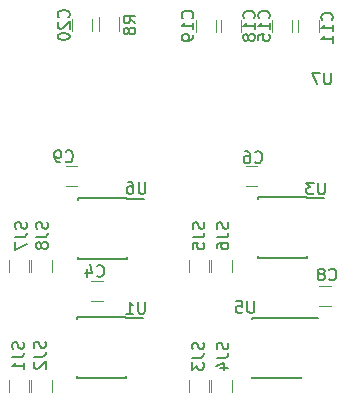
<source format=gbr>
G04 #@! TF.FileFunction,Legend,Bot*
%FSLAX46Y46*%
G04 Gerber Fmt 4.6, Leading zero omitted, Abs format (unit mm)*
G04 Created by KiCad (PCBNEW 4.0.7-e2-6376~58~ubuntu16.04.1) date Tue Nov 14 14:50:52 2017*
%MOMM*%
%LPD*%
G01*
G04 APERTURE LIST*
%ADD10C,0.100000*%
%ADD11C,0.120000*%
%ADD12C,0.150000*%
G04 APERTURE END LIST*
D10*
D11*
X210430000Y-66583000D02*
X210430000Y-67783000D01*
X208670000Y-67783000D02*
X208670000Y-66583000D01*
D12*
X211015400Y-91989200D02*
X211015400Y-92039200D01*
X206865400Y-91989200D02*
X206865400Y-92134200D01*
X206865400Y-97139200D02*
X206865400Y-96994200D01*
X211015400Y-97139200D02*
X211015400Y-96994200D01*
X211015400Y-91989200D02*
X206865400Y-91989200D01*
X211015400Y-97139200D02*
X206865400Y-97139200D01*
X211015400Y-92039200D02*
X212415400Y-92039200D01*
X226331600Y-81829200D02*
X226331600Y-81879200D01*
X222181600Y-81829200D02*
X222181600Y-81974200D01*
X222181600Y-86979200D02*
X222181600Y-86834200D01*
X226331600Y-86979200D02*
X226331600Y-86834200D01*
X226331600Y-81829200D02*
X222181600Y-81829200D01*
X226331600Y-86979200D02*
X222181600Y-86979200D01*
X226331600Y-81879200D02*
X227731600Y-81879200D01*
X225849000Y-92014600D02*
X225849000Y-92064600D01*
X221699000Y-92014600D02*
X221699000Y-92159600D01*
X221699000Y-97164600D02*
X221699000Y-97019600D01*
X225849000Y-97164600D02*
X225849000Y-97019600D01*
X225849000Y-92014600D02*
X221699000Y-92014600D01*
X225849000Y-97164600D02*
X221699000Y-97164600D01*
X225849000Y-92064600D02*
X227249000Y-92064600D01*
X211117000Y-81905400D02*
X211117000Y-81955400D01*
X206967000Y-81905400D02*
X206967000Y-82050400D01*
X206967000Y-87055400D02*
X206967000Y-86910400D01*
X211117000Y-87055400D02*
X211117000Y-86910400D01*
X211117000Y-81905400D02*
X206967000Y-81905400D01*
X211117000Y-87055400D02*
X206967000Y-87055400D01*
X211117000Y-81955400D02*
X212517000Y-81955400D01*
D11*
X208008600Y-90588200D02*
X209008600Y-90588200D01*
X209008600Y-88888200D02*
X208008600Y-88888200D01*
X221115000Y-80860000D02*
X222115000Y-80860000D01*
X222115000Y-79160000D02*
X221115000Y-79160000D01*
X227338000Y-91020000D02*
X228338000Y-91020000D01*
X228338000Y-89320000D02*
X227338000Y-89320000D01*
X205875000Y-80860000D02*
X206875000Y-80860000D01*
X206875000Y-79160000D02*
X205875000Y-79160000D01*
X225591000Y-66810000D02*
X225591000Y-67810000D01*
X227291000Y-67810000D02*
X227291000Y-66810000D01*
X223368500Y-66810000D02*
X223368500Y-67810000D01*
X225068500Y-67810000D02*
X225068500Y-66810000D01*
X219050500Y-66810000D02*
X219050500Y-67810000D01*
X220750500Y-67810000D02*
X220750500Y-66810000D01*
X216891500Y-66810000D02*
X216891500Y-67810000D01*
X218591500Y-67810000D02*
X218591500Y-66810000D01*
X206414000Y-66746500D02*
X206414000Y-67746500D01*
X208114000Y-67746500D02*
X208114000Y-66746500D01*
X202780000Y-98290000D02*
X202780000Y-97290000D01*
X201080000Y-97290000D02*
X201080000Y-98290000D01*
X204685000Y-98290000D02*
X204685000Y-97290000D01*
X202985000Y-97290000D02*
X202985000Y-98290000D01*
X218020000Y-98290000D02*
X218020000Y-97290000D01*
X216320000Y-97290000D02*
X216320000Y-98290000D01*
X219925000Y-98290000D02*
X219925000Y-97290000D01*
X218225000Y-97290000D02*
X218225000Y-98290000D01*
X218020000Y-88130000D02*
X218020000Y-87130000D01*
X216320000Y-87130000D02*
X216320000Y-88130000D01*
X219925000Y-88130000D02*
X219925000Y-87130000D01*
X218225000Y-87130000D02*
X218225000Y-88130000D01*
X202780000Y-88130000D02*
X202780000Y-87130000D01*
X201080000Y-87130000D02*
X201080000Y-88130000D01*
X204685000Y-88130000D02*
X204685000Y-87130000D01*
X202985000Y-87130000D02*
X202985000Y-88130000D01*
D12*
X211780381Y-67079834D02*
X211304190Y-66746500D01*
X211780381Y-66508405D02*
X210780381Y-66508405D01*
X210780381Y-66889358D01*
X210828000Y-66984596D01*
X210875619Y-67032215D01*
X210970857Y-67079834D01*
X211113714Y-67079834D01*
X211208952Y-67032215D01*
X211256571Y-66984596D01*
X211304190Y-66889358D01*
X211304190Y-66508405D01*
X211208952Y-67651262D02*
X211161333Y-67556024D01*
X211113714Y-67508405D01*
X211018476Y-67460786D01*
X210970857Y-67460786D01*
X210875619Y-67508405D01*
X210828000Y-67556024D01*
X210780381Y-67651262D01*
X210780381Y-67841739D01*
X210828000Y-67936977D01*
X210875619Y-67984596D01*
X210970857Y-68032215D01*
X211018476Y-68032215D01*
X211113714Y-67984596D01*
X211161333Y-67936977D01*
X211208952Y-67841739D01*
X211208952Y-67651262D01*
X211256571Y-67556024D01*
X211304190Y-67508405D01*
X211399429Y-67460786D01*
X211589905Y-67460786D01*
X211685143Y-67508405D01*
X211732762Y-67556024D01*
X211780381Y-67651262D01*
X211780381Y-67841739D01*
X211732762Y-67936977D01*
X211685143Y-67984596D01*
X211589905Y-68032215D01*
X211399429Y-68032215D01*
X211304190Y-67984596D01*
X211256571Y-67936977D01*
X211208952Y-67841739D01*
X212597905Y-90689181D02*
X212597905Y-91498705D01*
X212550286Y-91593943D01*
X212502667Y-91641562D01*
X212407429Y-91689181D01*
X212216952Y-91689181D01*
X212121714Y-91641562D01*
X212074095Y-91593943D01*
X212026476Y-91498705D01*
X212026476Y-90689181D01*
X211026476Y-91689181D02*
X211597905Y-91689181D01*
X211312191Y-91689181D02*
X211312191Y-90689181D01*
X211407429Y-90832038D01*
X211502667Y-90927276D01*
X211597905Y-90974895D01*
X227837905Y-80579981D02*
X227837905Y-81389505D01*
X227790286Y-81484743D01*
X227742667Y-81532362D01*
X227647429Y-81579981D01*
X227456952Y-81579981D01*
X227361714Y-81532362D01*
X227314095Y-81484743D01*
X227266476Y-81389505D01*
X227266476Y-80579981D01*
X226885524Y-80579981D02*
X226266476Y-80579981D01*
X226599810Y-80960933D01*
X226456952Y-80960933D01*
X226361714Y-81008552D01*
X226314095Y-81056171D01*
X226266476Y-81151410D01*
X226266476Y-81389505D01*
X226314095Y-81484743D01*
X226361714Y-81532362D01*
X226456952Y-81579981D01*
X226742667Y-81579981D01*
X226837905Y-81532362D01*
X226885524Y-81484743D01*
X221843505Y-90612981D02*
X221843505Y-91422505D01*
X221795886Y-91517743D01*
X221748267Y-91565362D01*
X221653029Y-91612981D01*
X221462552Y-91612981D01*
X221367314Y-91565362D01*
X221319695Y-91517743D01*
X221272076Y-91422505D01*
X221272076Y-90612981D01*
X220319695Y-90612981D02*
X220795886Y-90612981D01*
X220843505Y-91089171D01*
X220795886Y-91041552D01*
X220700648Y-90993933D01*
X220462552Y-90993933D01*
X220367314Y-91041552D01*
X220319695Y-91089171D01*
X220272076Y-91184410D01*
X220272076Y-91422505D01*
X220319695Y-91517743D01*
X220367314Y-91565362D01*
X220462552Y-91612981D01*
X220700648Y-91612981D01*
X220795886Y-91565362D01*
X220843505Y-91517743D01*
X212623305Y-80529181D02*
X212623305Y-81338705D01*
X212575686Y-81433943D01*
X212528067Y-81481562D01*
X212432829Y-81529181D01*
X212242352Y-81529181D01*
X212147114Y-81481562D01*
X212099495Y-81433943D01*
X212051876Y-81338705D01*
X212051876Y-80529181D01*
X211147114Y-80529181D02*
X211337591Y-80529181D01*
X211432829Y-80576800D01*
X211480448Y-80624419D01*
X211575686Y-80767276D01*
X211623305Y-80957752D01*
X211623305Y-81338705D01*
X211575686Y-81433943D01*
X211528067Y-81481562D01*
X211432829Y-81529181D01*
X211242352Y-81529181D01*
X211147114Y-81481562D01*
X211099495Y-81433943D01*
X211051876Y-81338705D01*
X211051876Y-81100610D01*
X211099495Y-81005371D01*
X211147114Y-80957752D01*
X211242352Y-80910133D01*
X211432829Y-80910133D01*
X211528067Y-80957752D01*
X211575686Y-81005371D01*
X211623305Y-81100610D01*
X208522866Y-88469743D02*
X208570485Y-88517362D01*
X208713342Y-88564981D01*
X208808580Y-88564981D01*
X208951438Y-88517362D01*
X209046676Y-88422124D01*
X209094295Y-88326886D01*
X209141914Y-88136410D01*
X209141914Y-87993552D01*
X209094295Y-87803076D01*
X209046676Y-87707838D01*
X208951438Y-87612600D01*
X208808580Y-87564981D01*
X208713342Y-87564981D01*
X208570485Y-87612600D01*
X208522866Y-87660219D01*
X207665723Y-87898314D02*
X207665723Y-88564981D01*
X207903819Y-87517362D02*
X208141914Y-88231648D01*
X207522866Y-88231648D01*
X221908666Y-78843143D02*
X221956285Y-78890762D01*
X222099142Y-78938381D01*
X222194380Y-78938381D01*
X222337238Y-78890762D01*
X222432476Y-78795524D01*
X222480095Y-78700286D01*
X222527714Y-78509810D01*
X222527714Y-78366952D01*
X222480095Y-78176476D01*
X222432476Y-78081238D01*
X222337238Y-77986000D01*
X222194380Y-77938381D01*
X222099142Y-77938381D01*
X221956285Y-77986000D01*
X221908666Y-78033619D01*
X221051523Y-77938381D02*
X221242000Y-77938381D01*
X221337238Y-77986000D01*
X221384857Y-78033619D01*
X221480095Y-78176476D01*
X221527714Y-78366952D01*
X221527714Y-78747905D01*
X221480095Y-78843143D01*
X221432476Y-78890762D01*
X221337238Y-78938381D01*
X221146761Y-78938381D01*
X221051523Y-78890762D01*
X221003904Y-78843143D01*
X220956285Y-78747905D01*
X220956285Y-78509810D01*
X221003904Y-78414571D01*
X221051523Y-78366952D01*
X221146761Y-78319333D01*
X221337238Y-78319333D01*
X221432476Y-78366952D01*
X221480095Y-78414571D01*
X221527714Y-78509810D01*
X228182466Y-88774543D02*
X228230085Y-88822162D01*
X228372942Y-88869781D01*
X228468180Y-88869781D01*
X228611038Y-88822162D01*
X228706276Y-88726924D01*
X228753895Y-88631686D01*
X228801514Y-88441210D01*
X228801514Y-88298352D01*
X228753895Y-88107876D01*
X228706276Y-88012638D01*
X228611038Y-87917400D01*
X228468180Y-87869781D01*
X228372942Y-87869781D01*
X228230085Y-87917400D01*
X228182466Y-87965019D01*
X227611038Y-88298352D02*
X227706276Y-88250733D01*
X227753895Y-88203114D01*
X227801514Y-88107876D01*
X227801514Y-88060257D01*
X227753895Y-87965019D01*
X227706276Y-87917400D01*
X227611038Y-87869781D01*
X227420561Y-87869781D01*
X227325323Y-87917400D01*
X227277704Y-87965019D01*
X227230085Y-88060257D01*
X227230085Y-88107876D01*
X227277704Y-88203114D01*
X227325323Y-88250733D01*
X227420561Y-88298352D01*
X227611038Y-88298352D01*
X227706276Y-88345971D01*
X227753895Y-88393590D01*
X227801514Y-88488829D01*
X227801514Y-88679305D01*
X227753895Y-88774543D01*
X227706276Y-88822162D01*
X227611038Y-88869781D01*
X227420561Y-88869781D01*
X227325323Y-88822162D01*
X227277704Y-88774543D01*
X227230085Y-88679305D01*
X227230085Y-88488829D01*
X227277704Y-88393590D01*
X227325323Y-88345971D01*
X227420561Y-88298352D01*
X205881266Y-78766943D02*
X205928885Y-78814562D01*
X206071742Y-78862181D01*
X206166980Y-78862181D01*
X206309838Y-78814562D01*
X206405076Y-78719324D01*
X206452695Y-78624086D01*
X206500314Y-78433610D01*
X206500314Y-78290752D01*
X206452695Y-78100276D01*
X206405076Y-78005038D01*
X206309838Y-77909800D01*
X206166980Y-77862181D01*
X206071742Y-77862181D01*
X205928885Y-77909800D01*
X205881266Y-77957419D01*
X205405076Y-78862181D02*
X205214600Y-78862181D01*
X205119361Y-78814562D01*
X205071742Y-78766943D01*
X204976504Y-78624086D01*
X204928885Y-78433610D01*
X204928885Y-78052657D01*
X204976504Y-77957419D01*
X205024123Y-77909800D01*
X205119361Y-77862181D01*
X205309838Y-77862181D01*
X205405076Y-77909800D01*
X205452695Y-77957419D01*
X205500314Y-78052657D01*
X205500314Y-78290752D01*
X205452695Y-78385990D01*
X205405076Y-78433610D01*
X205309838Y-78481229D01*
X205119361Y-78481229D01*
X205024123Y-78433610D01*
X204976504Y-78385990D01*
X204928885Y-78290752D01*
X228423743Y-66819543D02*
X228471362Y-66771924D01*
X228518981Y-66629067D01*
X228518981Y-66533829D01*
X228471362Y-66390971D01*
X228376124Y-66295733D01*
X228280886Y-66248114D01*
X228090410Y-66200495D01*
X227947552Y-66200495D01*
X227757076Y-66248114D01*
X227661838Y-66295733D01*
X227566600Y-66390971D01*
X227518981Y-66533829D01*
X227518981Y-66629067D01*
X227566600Y-66771924D01*
X227614219Y-66819543D01*
X228518981Y-67771924D02*
X228518981Y-67200495D01*
X228518981Y-67486209D02*
X227518981Y-67486209D01*
X227661838Y-67390971D01*
X227757076Y-67295733D01*
X227804695Y-67200495D01*
X228518981Y-68724305D02*
X228518981Y-68152876D01*
X228518981Y-68438590D02*
X227518981Y-68438590D01*
X227661838Y-68343352D01*
X227757076Y-68248114D01*
X227804695Y-68152876D01*
X223075643Y-66667143D02*
X223123262Y-66619524D01*
X223170881Y-66476667D01*
X223170881Y-66381429D01*
X223123262Y-66238571D01*
X223028024Y-66143333D01*
X222932786Y-66095714D01*
X222742310Y-66048095D01*
X222599452Y-66048095D01*
X222408976Y-66095714D01*
X222313738Y-66143333D01*
X222218500Y-66238571D01*
X222170881Y-66381429D01*
X222170881Y-66476667D01*
X222218500Y-66619524D01*
X222266119Y-66667143D01*
X223170881Y-67619524D02*
X223170881Y-67048095D01*
X223170881Y-67333809D02*
X222170881Y-67333809D01*
X222313738Y-67238571D01*
X222408976Y-67143333D01*
X222456595Y-67048095D01*
X222170881Y-68524286D02*
X222170881Y-68048095D01*
X222647071Y-68000476D01*
X222599452Y-68048095D01*
X222551833Y-68143333D01*
X222551833Y-68381429D01*
X222599452Y-68476667D01*
X222647071Y-68524286D01*
X222742310Y-68571905D01*
X222980405Y-68571905D01*
X223075643Y-68524286D01*
X223123262Y-68476667D01*
X223170881Y-68381429D01*
X223170881Y-68143333D01*
X223123262Y-68048095D01*
X223075643Y-68000476D01*
X221819743Y-66667143D02*
X221867362Y-66619524D01*
X221914981Y-66476667D01*
X221914981Y-66381429D01*
X221867362Y-66238571D01*
X221772124Y-66143333D01*
X221676886Y-66095714D01*
X221486410Y-66048095D01*
X221343552Y-66048095D01*
X221153076Y-66095714D01*
X221057838Y-66143333D01*
X220962600Y-66238571D01*
X220914981Y-66381429D01*
X220914981Y-66476667D01*
X220962600Y-66619524D01*
X221010219Y-66667143D01*
X221914981Y-67619524D02*
X221914981Y-67048095D01*
X221914981Y-67333809D02*
X220914981Y-67333809D01*
X221057838Y-67238571D01*
X221153076Y-67143333D01*
X221200695Y-67048095D01*
X221343552Y-68190952D02*
X221295933Y-68095714D01*
X221248314Y-68048095D01*
X221153076Y-68000476D01*
X221105457Y-68000476D01*
X221010219Y-68048095D01*
X220962600Y-68095714D01*
X220914981Y-68190952D01*
X220914981Y-68381429D01*
X220962600Y-68476667D01*
X221010219Y-68524286D01*
X221105457Y-68571905D01*
X221153076Y-68571905D01*
X221248314Y-68524286D01*
X221295933Y-68476667D01*
X221343552Y-68381429D01*
X221343552Y-68190952D01*
X221391171Y-68095714D01*
X221438790Y-68048095D01*
X221534029Y-68000476D01*
X221724505Y-68000476D01*
X221819743Y-68048095D01*
X221867362Y-68095714D01*
X221914981Y-68190952D01*
X221914981Y-68381429D01*
X221867362Y-68476667D01*
X221819743Y-68524286D01*
X221724505Y-68571905D01*
X221534029Y-68571905D01*
X221438790Y-68524286D01*
X221391171Y-68476667D01*
X221343552Y-68381429D01*
X216598643Y-66667143D02*
X216646262Y-66619524D01*
X216693881Y-66476667D01*
X216693881Y-66381429D01*
X216646262Y-66238571D01*
X216551024Y-66143333D01*
X216455786Y-66095714D01*
X216265310Y-66048095D01*
X216122452Y-66048095D01*
X215931976Y-66095714D01*
X215836738Y-66143333D01*
X215741500Y-66238571D01*
X215693881Y-66381429D01*
X215693881Y-66476667D01*
X215741500Y-66619524D01*
X215789119Y-66667143D01*
X216693881Y-67619524D02*
X216693881Y-67048095D01*
X216693881Y-67333809D02*
X215693881Y-67333809D01*
X215836738Y-67238571D01*
X215931976Y-67143333D01*
X215979595Y-67048095D01*
X216693881Y-68095714D02*
X216693881Y-68286190D01*
X216646262Y-68381429D01*
X216598643Y-68429048D01*
X216455786Y-68524286D01*
X216265310Y-68571905D01*
X215884357Y-68571905D01*
X215789119Y-68524286D01*
X215741500Y-68476667D01*
X215693881Y-68381429D01*
X215693881Y-68190952D01*
X215741500Y-68095714D01*
X215789119Y-68048095D01*
X215884357Y-68000476D01*
X216122452Y-68000476D01*
X216217690Y-68048095D01*
X216265310Y-68095714D01*
X216312929Y-68190952D01*
X216312929Y-68381429D01*
X216265310Y-68476667D01*
X216217690Y-68524286D01*
X216122452Y-68571905D01*
X206121143Y-66603643D02*
X206168762Y-66556024D01*
X206216381Y-66413167D01*
X206216381Y-66317929D01*
X206168762Y-66175071D01*
X206073524Y-66079833D01*
X205978286Y-66032214D01*
X205787810Y-65984595D01*
X205644952Y-65984595D01*
X205454476Y-66032214D01*
X205359238Y-66079833D01*
X205264000Y-66175071D01*
X205216381Y-66317929D01*
X205216381Y-66413167D01*
X205264000Y-66556024D01*
X205311619Y-66603643D01*
X205311619Y-66984595D02*
X205264000Y-67032214D01*
X205216381Y-67127452D01*
X205216381Y-67365548D01*
X205264000Y-67460786D01*
X205311619Y-67508405D01*
X205406857Y-67556024D01*
X205502095Y-67556024D01*
X205644952Y-67508405D01*
X206216381Y-66936976D01*
X206216381Y-67556024D01*
X205216381Y-68175071D02*
X205216381Y-68270310D01*
X205264000Y-68365548D01*
X205311619Y-68413167D01*
X205406857Y-68460786D01*
X205597333Y-68508405D01*
X205835429Y-68508405D01*
X206025905Y-68460786D01*
X206121143Y-68413167D01*
X206168762Y-68365548D01*
X206216381Y-68270310D01*
X206216381Y-68175071D01*
X206168762Y-68079833D01*
X206121143Y-68032214D01*
X206025905Y-67984595D01*
X205835429Y-67936976D01*
X205597333Y-67936976D01*
X205406857Y-67984595D01*
X205311619Y-68032214D01*
X205264000Y-68079833D01*
X205216381Y-68175071D01*
X202309362Y-94107143D02*
X202356981Y-94250000D01*
X202356981Y-94488096D01*
X202309362Y-94583334D01*
X202261743Y-94630953D01*
X202166505Y-94678572D01*
X202071267Y-94678572D01*
X201976029Y-94630953D01*
X201928410Y-94583334D01*
X201880790Y-94488096D01*
X201833171Y-94297619D01*
X201785552Y-94202381D01*
X201737933Y-94154762D01*
X201642695Y-94107143D01*
X201547457Y-94107143D01*
X201452219Y-94154762D01*
X201404600Y-94202381D01*
X201356981Y-94297619D01*
X201356981Y-94535715D01*
X201404600Y-94678572D01*
X201356981Y-95392858D02*
X202071267Y-95392858D01*
X202214124Y-95345238D01*
X202309362Y-95250000D01*
X202356981Y-95107143D01*
X202356981Y-95011905D01*
X202356981Y-96392858D02*
X202356981Y-95821429D01*
X202356981Y-96107143D02*
X201356981Y-96107143D01*
X201499838Y-96011905D01*
X201595076Y-95916667D01*
X201642695Y-95821429D01*
X204138162Y-94056343D02*
X204185781Y-94199200D01*
X204185781Y-94437296D01*
X204138162Y-94532534D01*
X204090543Y-94580153D01*
X203995305Y-94627772D01*
X203900067Y-94627772D01*
X203804829Y-94580153D01*
X203757210Y-94532534D01*
X203709590Y-94437296D01*
X203661971Y-94246819D01*
X203614352Y-94151581D01*
X203566733Y-94103962D01*
X203471495Y-94056343D01*
X203376257Y-94056343D01*
X203281019Y-94103962D01*
X203233400Y-94151581D01*
X203185781Y-94246819D01*
X203185781Y-94484915D01*
X203233400Y-94627772D01*
X203185781Y-95342058D02*
X203900067Y-95342058D01*
X204042924Y-95294438D01*
X204138162Y-95199200D01*
X204185781Y-95056343D01*
X204185781Y-94961105D01*
X203281019Y-95770629D02*
X203233400Y-95818248D01*
X203185781Y-95913486D01*
X203185781Y-96151582D01*
X203233400Y-96246820D01*
X203281019Y-96294439D01*
X203376257Y-96342058D01*
X203471495Y-96342058D01*
X203614352Y-96294439D01*
X204185781Y-95723010D01*
X204185781Y-96342058D01*
X217549362Y-94132543D02*
X217596981Y-94275400D01*
X217596981Y-94513496D01*
X217549362Y-94608734D01*
X217501743Y-94656353D01*
X217406505Y-94703972D01*
X217311267Y-94703972D01*
X217216029Y-94656353D01*
X217168410Y-94608734D01*
X217120790Y-94513496D01*
X217073171Y-94323019D01*
X217025552Y-94227781D01*
X216977933Y-94180162D01*
X216882695Y-94132543D01*
X216787457Y-94132543D01*
X216692219Y-94180162D01*
X216644600Y-94227781D01*
X216596981Y-94323019D01*
X216596981Y-94561115D01*
X216644600Y-94703972D01*
X216596981Y-95418258D02*
X217311267Y-95418258D01*
X217454124Y-95370638D01*
X217549362Y-95275400D01*
X217596981Y-95132543D01*
X217596981Y-95037305D01*
X216596981Y-95799210D02*
X216596981Y-96418258D01*
X216977933Y-96084924D01*
X216977933Y-96227782D01*
X217025552Y-96323020D01*
X217073171Y-96370639D01*
X217168410Y-96418258D01*
X217406505Y-96418258D01*
X217501743Y-96370639D01*
X217549362Y-96323020D01*
X217596981Y-96227782D01*
X217596981Y-95942067D01*
X217549362Y-95846829D01*
X217501743Y-95799210D01*
X219606762Y-94132543D02*
X219654381Y-94275400D01*
X219654381Y-94513496D01*
X219606762Y-94608734D01*
X219559143Y-94656353D01*
X219463905Y-94703972D01*
X219368667Y-94703972D01*
X219273429Y-94656353D01*
X219225810Y-94608734D01*
X219178190Y-94513496D01*
X219130571Y-94323019D01*
X219082952Y-94227781D01*
X219035333Y-94180162D01*
X218940095Y-94132543D01*
X218844857Y-94132543D01*
X218749619Y-94180162D01*
X218702000Y-94227781D01*
X218654381Y-94323019D01*
X218654381Y-94561115D01*
X218702000Y-94703972D01*
X218654381Y-95418258D02*
X219368667Y-95418258D01*
X219511524Y-95370638D01*
X219606762Y-95275400D01*
X219654381Y-95132543D01*
X219654381Y-95037305D01*
X218987714Y-96323020D02*
X219654381Y-96323020D01*
X218606762Y-96084924D02*
X219321048Y-95846829D01*
X219321048Y-96465877D01*
X217574762Y-83947143D02*
X217622381Y-84090000D01*
X217622381Y-84328096D01*
X217574762Y-84423334D01*
X217527143Y-84470953D01*
X217431905Y-84518572D01*
X217336667Y-84518572D01*
X217241429Y-84470953D01*
X217193810Y-84423334D01*
X217146190Y-84328096D01*
X217098571Y-84137619D01*
X217050952Y-84042381D01*
X217003333Y-83994762D01*
X216908095Y-83947143D01*
X216812857Y-83947143D01*
X216717619Y-83994762D01*
X216670000Y-84042381D01*
X216622381Y-84137619D01*
X216622381Y-84375715D01*
X216670000Y-84518572D01*
X216622381Y-85232858D02*
X217336667Y-85232858D01*
X217479524Y-85185238D01*
X217574762Y-85090000D01*
X217622381Y-84947143D01*
X217622381Y-84851905D01*
X216622381Y-86185239D02*
X216622381Y-85709048D01*
X217098571Y-85661429D01*
X217050952Y-85709048D01*
X217003333Y-85804286D01*
X217003333Y-86042382D01*
X217050952Y-86137620D01*
X217098571Y-86185239D01*
X217193810Y-86232858D01*
X217431905Y-86232858D01*
X217527143Y-86185239D01*
X217574762Y-86137620D01*
X217622381Y-86042382D01*
X217622381Y-85804286D01*
X217574762Y-85709048D01*
X217527143Y-85661429D01*
X219606762Y-83947143D02*
X219654381Y-84090000D01*
X219654381Y-84328096D01*
X219606762Y-84423334D01*
X219559143Y-84470953D01*
X219463905Y-84518572D01*
X219368667Y-84518572D01*
X219273429Y-84470953D01*
X219225810Y-84423334D01*
X219178190Y-84328096D01*
X219130571Y-84137619D01*
X219082952Y-84042381D01*
X219035333Y-83994762D01*
X218940095Y-83947143D01*
X218844857Y-83947143D01*
X218749619Y-83994762D01*
X218702000Y-84042381D01*
X218654381Y-84137619D01*
X218654381Y-84375715D01*
X218702000Y-84518572D01*
X218654381Y-85232858D02*
X219368667Y-85232858D01*
X219511524Y-85185238D01*
X219606762Y-85090000D01*
X219654381Y-84947143D01*
X219654381Y-84851905D01*
X218654381Y-86137620D02*
X218654381Y-85947143D01*
X218702000Y-85851905D01*
X218749619Y-85804286D01*
X218892476Y-85709048D01*
X219082952Y-85661429D01*
X219463905Y-85661429D01*
X219559143Y-85709048D01*
X219606762Y-85756667D01*
X219654381Y-85851905D01*
X219654381Y-86042382D01*
X219606762Y-86137620D01*
X219559143Y-86185239D01*
X219463905Y-86232858D01*
X219225810Y-86232858D01*
X219130571Y-86185239D01*
X219082952Y-86137620D01*
X219035333Y-86042382D01*
X219035333Y-85851905D01*
X219082952Y-85756667D01*
X219130571Y-85709048D01*
X219225810Y-85661429D01*
X202563362Y-83921743D02*
X202610981Y-84064600D01*
X202610981Y-84302696D01*
X202563362Y-84397934D01*
X202515743Y-84445553D01*
X202420505Y-84493172D01*
X202325267Y-84493172D01*
X202230029Y-84445553D01*
X202182410Y-84397934D01*
X202134790Y-84302696D01*
X202087171Y-84112219D01*
X202039552Y-84016981D01*
X201991933Y-83969362D01*
X201896695Y-83921743D01*
X201801457Y-83921743D01*
X201706219Y-83969362D01*
X201658600Y-84016981D01*
X201610981Y-84112219D01*
X201610981Y-84350315D01*
X201658600Y-84493172D01*
X201610981Y-85207458D02*
X202325267Y-85207458D01*
X202468124Y-85159838D01*
X202563362Y-85064600D01*
X202610981Y-84921743D01*
X202610981Y-84826505D01*
X201610981Y-85588410D02*
X201610981Y-86255077D01*
X202610981Y-85826505D01*
X204341362Y-83921743D02*
X204388981Y-84064600D01*
X204388981Y-84302696D01*
X204341362Y-84397934D01*
X204293743Y-84445553D01*
X204198505Y-84493172D01*
X204103267Y-84493172D01*
X204008029Y-84445553D01*
X203960410Y-84397934D01*
X203912790Y-84302696D01*
X203865171Y-84112219D01*
X203817552Y-84016981D01*
X203769933Y-83969362D01*
X203674695Y-83921743D01*
X203579457Y-83921743D01*
X203484219Y-83969362D01*
X203436600Y-84016981D01*
X203388981Y-84112219D01*
X203388981Y-84350315D01*
X203436600Y-84493172D01*
X203388981Y-85207458D02*
X204103267Y-85207458D01*
X204246124Y-85159838D01*
X204341362Y-85064600D01*
X204388981Y-84921743D01*
X204388981Y-84826505D01*
X203817552Y-85826505D02*
X203769933Y-85731267D01*
X203722314Y-85683648D01*
X203627076Y-85636029D01*
X203579457Y-85636029D01*
X203484219Y-85683648D01*
X203436600Y-85731267D01*
X203388981Y-85826505D01*
X203388981Y-86016982D01*
X203436600Y-86112220D01*
X203484219Y-86159839D01*
X203579457Y-86207458D01*
X203627076Y-86207458D01*
X203722314Y-86159839D01*
X203769933Y-86112220D01*
X203817552Y-86016982D01*
X203817552Y-85826505D01*
X203865171Y-85731267D01*
X203912790Y-85683648D01*
X204008029Y-85636029D01*
X204198505Y-85636029D01*
X204293743Y-85683648D01*
X204341362Y-85731267D01*
X204388981Y-85826505D01*
X204388981Y-86016982D01*
X204341362Y-86112220D01*
X204293743Y-86159839D01*
X204198505Y-86207458D01*
X204008029Y-86207458D01*
X203912790Y-86159839D01*
X203865171Y-86112220D01*
X203817552Y-86016982D01*
X228345905Y-71270881D02*
X228345905Y-72080405D01*
X228298286Y-72175643D01*
X228250667Y-72223262D01*
X228155429Y-72270881D01*
X227964952Y-72270881D01*
X227869714Y-72223262D01*
X227822095Y-72175643D01*
X227774476Y-72080405D01*
X227774476Y-71270881D01*
X227393524Y-71270881D02*
X226726857Y-71270881D01*
X227155429Y-72270881D01*
M02*

</source>
